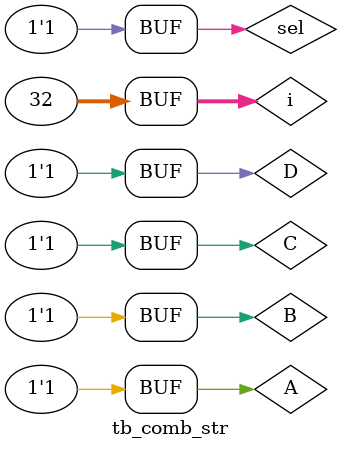
<source format=v>
`timescale 10ns/1ns
`include "comb_str.v"

module tb_comb_str;
  
  integer i;
  reg A, B, C, D, sel;
  wire y;
  
  comb_str comb(y, sel, A, B, C, D);
  
  initial
  begin
    for (i = 0; i <= 5'b11111; i = i + 1)
    begin
      {A, B, C, D, sel} = i;
      #5;
    end
  end
  
endmodule

</source>
